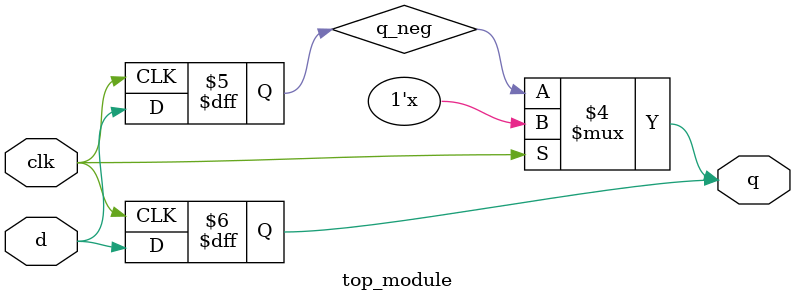
<source format=sv>
module top_module(
    input clk,
    input d,
    output reg q
);

    reg q_neg;
    
    always @(posedge clk) begin
        q <= d;
    end
    
    always @(negedge clk) begin
        q_neg <= d;
    end
    
    always @(*) begin
        q = (clk) ? q : q_neg;
    end

endmodule

</source>
